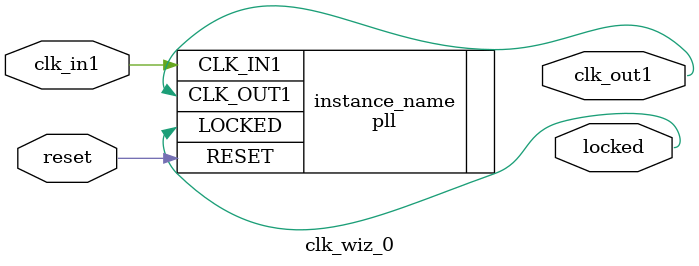
<source format=v>
`timescale 1ns / 1ps
module clk_wiz_0(
    output clk_out1 ,
    input reset     ,
    output locked     ,
    input clk_in1 

    );



  pll instance_name
   (// Clock in ports
    .CLK_IN1(clk_in1),      // IN
    // Clock out ports
    .CLK_OUT1(clk_out1),     // OUT
    // Status and control signals
    .RESET(reset),// IN
    .LOCKED(locked));      // OUT

endmodule

</source>
